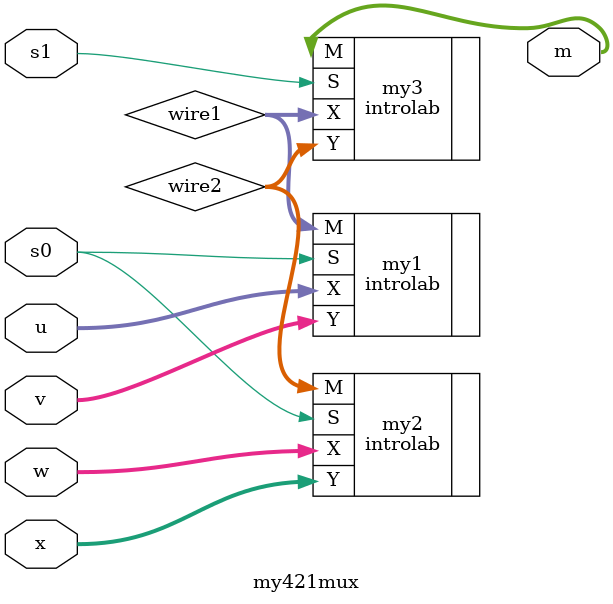
<source format=v>
module my421mux (s1, s0, u, v ,w, x, m);
	input s0, s1;
	input [3:0] u, v, w, x;
	output [3:0] m;
	
	wire [3:0] wire1, wire2;
	introlab my1(.X(u), .Y(v), .S(s0), .M(wire1));
	introlab my2(.X(w), .Y(x), .S(s0), .M(wire2));
	introlab my3(.X(wire1), .Y(wire2), .S(s1), .M(m));
endmodule

</source>
